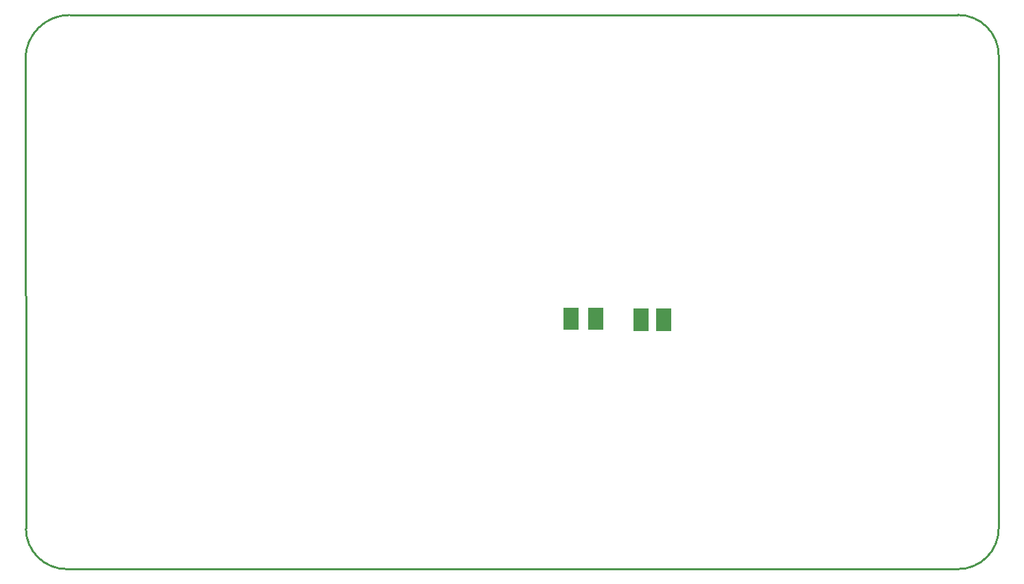
<source format=gko>
%TF.GenerationSoftware,Altium Limited,Altium Designer,23.7.1 (13)*%
G04 Layer_Color=16711935*
%FSLAX45Y45*%
%MOMM*%
%TF.SameCoordinates,4FC3C7EC-8D88-42E2-AD13-77C46488DAC4*%
%TF.FilePolarity,Positive*%
%TF.FileFunction,Keep-out,Top*%
%TF.Part,Single*%
G01*
G75*
%TA.AperFunction,NonConductor*%
%ADD33C,0.25400*%
G36*
X6650990Y3248660D02*
X6836410D01*
Y2974340D01*
X6650990D01*
Y3248660D01*
D02*
G37*
G36*
X7141210Y2974340D02*
X6955790D01*
Y3248660D01*
X7141210D01*
Y2974340D01*
D02*
G37*
G36*
X7700010Y2961640D02*
X7514590D01*
Y3235960D01*
X7700010D01*
Y2961640D01*
D02*
G37*
G36*
X7793990Y3235960D02*
X7979410D01*
Y2961640D01*
X7793990D01*
Y3235960D01*
D02*
G37*
D33*
X560221Y6863826D02*
G03*
X13472Y6317078I0J-546749D01*
G01*
X12020027Y6362700D02*
G03*
X11518900Y6863827I-501127J0D01*
G01*
X11518900Y19573D02*
G03*
X12020027Y520700I0J501127D01*
G01*
X19573D02*
G03*
X520700Y19573I501127J0D01*
G01*
X13472Y6317078D02*
X19573Y520700D01*
X560221Y6863826D02*
X11518900Y6863827D01*
X12020027Y6362700D02*
X12020027Y520700D01*
X520700Y19573D02*
X11518900D01*
%TF.MD5,6e2411a26b29bde88c3c0559e5e918ee*%
M02*

</source>
